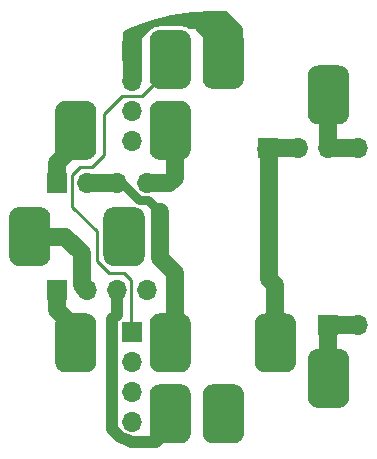
<source format=gbr>
%TF.GenerationSoftware,KiCad,Pcbnew,5.1.12-84ad8e8a86~92~ubuntu20.04.1*%
%TF.CreationDate,2022-08-08T17:47:05+02:00*%
%TF.ProjectId,saba-fernbedienung-anschlussstecker,73616261-2d66-4657-926e-62656469656e,1*%
%TF.SameCoordinates,Original*%
%TF.FileFunction,Copper,L1,Top*%
%TF.FilePolarity,Positive*%
%FSLAX46Y46*%
G04 Gerber Fmt 4.6, Leading zero omitted, Abs format (unit mm)*
G04 Created by KiCad (PCBNEW 5.1.12-84ad8e8a86~92~ubuntu20.04.1) date 2022-08-08 17:47:05*
%MOMM*%
%LPD*%
G01*
G04 APERTURE LIST*
%TA.AperFunction,ComponentPad*%
%ADD10O,1.700000X1.700000*%
%TD*%
%TA.AperFunction,ComponentPad*%
%ADD11R,1.700000X1.700000*%
%TD*%
%TA.AperFunction,Conductor*%
%ADD12C,1.500000*%
%TD*%
%TA.AperFunction,Conductor*%
%ADD13C,0.750000*%
%TD*%
%TA.AperFunction,Conductor*%
%ADD14C,0.250000*%
%TD*%
%TA.AperFunction,Conductor*%
%ADD15C,1.000000*%
%TD*%
%TA.AperFunction,Conductor*%
%ADD16C,0.254000*%
%TD*%
%TA.AperFunction,Conductor*%
%ADD17C,0.100000*%
%TD*%
G04 APERTURE END LIST*
%TO.P,X101,24*%
%TO.N,Net-(J104-Pad1)*%
%TA.AperFunction,ComponentPad*%
G36*
G01*
X137750000Y-93625000D02*
X137750000Y-90375000D01*
G75*
G02*
X138625000Y-89500000I875000J0D01*
G01*
X140375000Y-89500000D01*
G75*
G02*
X141250000Y-90375000I0J-875000D01*
G01*
X141250000Y-93625000D01*
G75*
G02*
X140375000Y-94500000I-875000J0D01*
G01*
X138625000Y-94500000D01*
G75*
G02*
X137750000Y-93625000I0J875000D01*
G01*
G37*
%TD.AperFunction*%
%TO.P,X101,21*%
%TO.N,Net-(J105-Pad1)*%
%TA.AperFunction,ComponentPad*%
G36*
G01*
X133250000Y-90625000D02*
X133250000Y-87375000D01*
G75*
G02*
X134125000Y-86500000I875000J0D01*
G01*
X135875000Y-86500000D01*
G75*
G02*
X136750000Y-87375000I0J-875000D01*
G01*
X136750000Y-90625000D01*
G75*
G02*
X135875000Y-91500000I-875000J0D01*
G01*
X134125000Y-91500000D01*
G75*
G02*
X133250000Y-90625000I0J875000D01*
G01*
G37*
%TD.AperFunction*%
%TO.P,X101,23*%
%TO.N,Net-(J105-Pad3)*%
%TA.AperFunction,ComponentPad*%
G36*
G01*
X137750000Y-69625000D02*
X137750000Y-66375000D01*
G75*
G02*
X138625000Y-65500000I875000J0D01*
G01*
X140375000Y-65500000D01*
G75*
G02*
X141250000Y-66375000I0J-875000D01*
G01*
X141250000Y-69625000D01*
G75*
G02*
X140375000Y-70500000I-875000J0D01*
G01*
X138625000Y-70500000D01*
G75*
G02*
X137750000Y-69625000I0J875000D01*
G01*
G37*
%TD.AperFunction*%
%TO.P,X101,18*%
%TO.N,Net-(J103-Pad4)*%
%TA.AperFunction,ComponentPad*%
G36*
G01*
X128850000Y-96625000D02*
X128850000Y-93375000D01*
G75*
G02*
X129725000Y-92500000I875000J0D01*
G01*
X131475000Y-92500000D01*
G75*
G02*
X132350000Y-93375000I0J-875000D01*
G01*
X132350000Y-96625000D01*
G75*
G02*
X131475000Y-97500000I-875000J0D01*
G01*
X129725000Y-97500000D01*
G75*
G02*
X128850000Y-96625000I0J875000D01*
G01*
G37*
%TD.AperFunction*%
%TO.P,X101,15*%
%TO.N,Net-(J102-Pad1)*%
%TA.AperFunction,ComponentPad*%
G36*
G01*
X128850000Y-66625000D02*
X128850000Y-63375000D01*
G75*
G02*
X129725000Y-62500000I875000J0D01*
G01*
X131475000Y-62500000D01*
G75*
G02*
X132350000Y-63375000I0J-875000D01*
G01*
X132350000Y-66625000D01*
G75*
G02*
X131475000Y-67500000I-875000J0D01*
G01*
X129725000Y-67500000D01*
G75*
G02*
X128850000Y-66625000I0J875000D01*
G01*
G37*
%TD.AperFunction*%
%TO.P,X101,14*%
%TO.N,Net-(J103-Pad3)*%
%TA.AperFunction,ComponentPad*%
G36*
G01*
X124350000Y-96625000D02*
X124350000Y-93375000D01*
G75*
G02*
X125225000Y-92500000I875000J0D01*
G01*
X126975000Y-92500000D01*
G75*
G02*
X127850000Y-93375000I0J-875000D01*
G01*
X127850000Y-96625000D01*
G75*
G02*
X126975000Y-97500000I-875000J0D01*
G01*
X125225000Y-97500000D01*
G75*
G02*
X124350000Y-96625000I0J875000D01*
G01*
G37*
%TD.AperFunction*%
%TO.P,X101,13*%
%TO.N,Net-(J101-Pad2)*%
%TA.AperFunction,ComponentPad*%
G36*
G01*
X124350000Y-90625000D02*
X124350000Y-87375000D01*
G75*
G02*
X125225000Y-86500000I875000J0D01*
G01*
X126975000Y-86500000D01*
G75*
G02*
X127850000Y-87375000I0J-875000D01*
G01*
X127850000Y-90625000D01*
G75*
G02*
X126975000Y-91500000I-875000J0D01*
G01*
X125225000Y-91500000D01*
G75*
G02*
X124350000Y-90625000I0J875000D01*
G01*
G37*
%TD.AperFunction*%
%TO.P,X101,12*%
%TO.N,Net-(J101-Pad4)*%
%TA.AperFunction,ComponentPad*%
G36*
G01*
X124350000Y-72625000D02*
X124350000Y-69375000D01*
G75*
G02*
X125225000Y-68500000I875000J0D01*
G01*
X126975000Y-68500000D01*
G75*
G02*
X127850000Y-69375000I0J-875000D01*
G01*
X127850000Y-72625000D01*
G75*
G02*
X126975000Y-73500000I-875000J0D01*
G01*
X125225000Y-73500000D01*
G75*
G02*
X124350000Y-72625000I0J875000D01*
G01*
G37*
%TD.AperFunction*%
%TO.P,X101,8*%
%TO.N,Net-(J102-Pad3)*%
%TA.AperFunction,ComponentPad*%
G36*
G01*
X120450000Y-81625000D02*
X120450000Y-78375000D01*
G75*
G02*
X121325000Y-77500000I875000J0D01*
G01*
X123075000Y-77500000D01*
G75*
G02*
X123950000Y-78375000I0J-875000D01*
G01*
X123950000Y-81625000D01*
G75*
G02*
X123075000Y-82500000I-875000J0D01*
G01*
X121325000Y-82500000D01*
G75*
G02*
X120450000Y-81625000I0J875000D01*
G01*
G37*
%TD.AperFunction*%
%TO.P,X101,5*%
%TO.N,Net-(J103-Pad1)*%
%TA.AperFunction,ComponentPad*%
G36*
G01*
X116350000Y-90625000D02*
X116350000Y-87375000D01*
G75*
G02*
X117225000Y-86500000I875000J0D01*
G01*
X118975000Y-86500000D01*
G75*
G02*
X119850000Y-87375000I0J-875000D01*
G01*
X119850000Y-90625000D01*
G75*
G02*
X118975000Y-91500000I-875000J0D01*
G01*
X117225000Y-91500000D01*
G75*
G02*
X116350000Y-90625000I0J875000D01*
G01*
G37*
%TD.AperFunction*%
%TO.P,X101,2*%
%TO.N,Net-(J101-Pad1)*%
%TA.AperFunction,ComponentPad*%
G36*
G01*
X116350000Y-72625000D02*
X116350000Y-69375000D01*
G75*
G02*
X117225000Y-68500000I875000J0D01*
G01*
X118975000Y-68500000D01*
G75*
G02*
X119850000Y-69375000I0J-875000D01*
G01*
X119850000Y-72625000D01*
G75*
G02*
X118975000Y-73500000I-875000J0D01*
G01*
X117225000Y-73500000D01*
G75*
G02*
X116350000Y-72625000I0J875000D01*
G01*
G37*
%TD.AperFunction*%
%TO.P,X101,1*%
%TO.N,Net-(J103-Pad2)*%
%TA.AperFunction,ComponentPad*%
G36*
G01*
X112450000Y-81625000D02*
X112450000Y-78375000D01*
G75*
G02*
X113325000Y-77500000I875000J0D01*
G01*
X115075000Y-77500000D01*
G75*
G02*
X115950000Y-78375000I0J-875000D01*
G01*
X115950000Y-81625000D01*
G75*
G02*
X115075000Y-82500000I-875000J0D01*
G01*
X113325000Y-82500000D01*
G75*
G02*
X112450000Y-81625000I0J875000D01*
G01*
G37*
%TD.AperFunction*%
%TO.P,X101,11*%
%TO.N,Net-(J106-Pad1)*%
%TA.AperFunction,ComponentPad*%
G36*
G01*
X124350000Y-66625000D02*
X124350000Y-63375000D01*
G75*
G02*
X125225000Y-62500000I875000J0D01*
G01*
X126975000Y-62500000D01*
G75*
G02*
X127850000Y-63375000I0J-875000D01*
G01*
X127850000Y-66625000D01*
G75*
G02*
X126975000Y-67500000I-875000J0D01*
G01*
X125225000Y-67500000D01*
G75*
G02*
X124350000Y-66625000I0J875000D01*
G01*
G37*
%TD.AperFunction*%
%TD*%
D10*
%TO.P,J101,4*%
%TO.N,Net-(J101-Pad4)*%
X124120000Y-75500000D03*
%TO.P,J101,3*%
%TO.N,Net-(J101-Pad2)*%
X121580000Y-75500000D03*
%TO.P,J101,2*%
X119040000Y-75500000D03*
D11*
%TO.P,J101,1*%
%TO.N,Net-(J101-Pad1)*%
X116500000Y-75500000D03*
%TD*%
D10*
%TO.P,J104,2*%
%TO.N,Net-(J104-Pad1)*%
X142040000Y-87500000D03*
D11*
%TO.P,J104,1*%
X139500000Y-87500000D03*
%TD*%
D10*
%TO.P,J106,4*%
%TO.N,N/C*%
X122900000Y-95720000D03*
%TO.P,J106,3*%
X122900000Y-93180000D03*
%TO.P,J106,2*%
X122900000Y-90640000D03*
D11*
%TO.P,J106,1*%
%TO.N,Net-(J106-Pad1)*%
X122900000Y-88100000D03*
%TD*%
D10*
%TO.P,J105,4*%
%TO.N,Net-(J105-Pad3)*%
X142020000Y-72500000D03*
%TO.P,J105,3*%
X139480000Y-72500000D03*
%TO.P,J105,2*%
%TO.N,Net-(J105-Pad1)*%
X136940000Y-72500000D03*
D11*
%TO.P,J105,1*%
X134400000Y-72500000D03*
%TD*%
D10*
%TO.P,J103,4*%
%TO.N,Net-(J103-Pad4)*%
X124120000Y-84500000D03*
%TO.P,J103,3*%
%TO.N,Net-(J103-Pad3)*%
X121580000Y-84500000D03*
%TO.P,J103,2*%
%TO.N,Net-(J103-Pad2)*%
X119040000Y-84500000D03*
D11*
%TO.P,J103,1*%
%TO.N,Net-(J103-Pad1)*%
X116500000Y-84500000D03*
%TD*%
D10*
%TO.P,J102,4*%
%TO.N,Net-(J102-Pad3)*%
X122900000Y-71900000D03*
%TO.P,J102,3*%
X122900000Y-69360000D03*
%TO.P,J102,2*%
%TO.N,Net-(J102-Pad1)*%
X122900000Y-66820000D03*
D11*
%TO.P,J102,1*%
X122900000Y-64280000D03*
%TD*%
D12*
%TO.N,Net-(J101-Pad4)*%
X124120000Y-75500000D02*
X126000000Y-75500000D01*
X126500000Y-75000000D02*
X126500000Y-71000000D01*
X126000000Y-75500000D02*
X126500000Y-75000000D01*
%TO.N,Net-(J101-Pad2)*%
X121580000Y-75500000D02*
X119100000Y-75500000D01*
D13*
X123435999Y-76925001D02*
X124225001Y-76925001D01*
X122010998Y-75500000D02*
X123435999Y-76925001D01*
X121580000Y-75500000D02*
X122010998Y-75500000D01*
X124225001Y-76925001D02*
X125200000Y-77900000D01*
D12*
X126500000Y-83100000D02*
X126500000Y-89200000D01*
X125200000Y-77900000D02*
X125200000Y-81800000D01*
X125200000Y-81800000D02*
X126500000Y-83100000D01*
%TO.N,Net-(J101-Pad1)*%
X116500000Y-75500000D02*
X116500000Y-73800000D01*
X116500000Y-73800000D02*
X118500000Y-71800000D01*
D14*
%TO.N,Net-(J102-Pad1)*%
X122900000Y-66820000D02*
X122900000Y-64300000D01*
D15*
%TO.N,Net-(J103-Pad3)*%
X121200000Y-96314002D02*
X121846557Y-96960559D01*
X126500000Y-95800000D02*
X126500000Y-95000000D01*
X124900000Y-97400000D02*
X126500000Y-95800000D01*
X122832072Y-97400000D02*
X124900000Y-97400000D01*
X122006273Y-97036899D02*
X122251300Y-97149731D01*
X121846557Y-96960559D02*
X122006273Y-97036899D01*
X122251300Y-97149731D02*
X122497823Y-97258996D01*
X122497823Y-97258996D02*
X122745944Y-97364743D01*
X122745944Y-97364743D02*
X122832072Y-97400000D01*
X121580000Y-86620000D02*
X121200000Y-87000000D01*
X121580000Y-84500000D02*
X121580000Y-86620000D01*
X121200000Y-87000000D02*
X121200000Y-96314002D01*
X121846557Y-96960559D02*
X122006273Y-97036899D01*
X121580000Y-84500000D02*
X121580000Y-86620000D01*
X122497823Y-97258996D02*
X122745944Y-97364743D01*
X122832072Y-97400000D02*
X124900000Y-97400000D01*
X124900000Y-97400000D02*
X126500000Y-95800000D01*
X121200000Y-87000000D02*
X121200000Y-96314002D01*
X121580000Y-86620000D02*
X121200000Y-87000000D01*
X126500000Y-95800000D02*
X126500000Y-95000000D01*
X122251300Y-97149731D02*
X122497823Y-97258996D01*
X122745944Y-97364743D02*
X122832072Y-97400000D01*
X121200000Y-96314002D02*
X121846557Y-96960559D01*
X122006273Y-97036899D02*
X122251300Y-97149731D01*
D12*
%TO.N,Net-(J103-Pad2)*%
X118600000Y-84100000D02*
X119000000Y-84500000D01*
X118600000Y-81400000D02*
X118600000Y-84100000D01*
X114500000Y-80000000D02*
X117200000Y-80000000D01*
X117200000Y-80000000D02*
X118600000Y-81400000D01*
%TO.N,Net-(J103-Pad1)*%
X116500000Y-84500000D02*
X116500000Y-86200000D01*
X116500000Y-86200000D02*
X118500000Y-88200000D01*
X118500000Y-88200000D02*
X118500000Y-89000000D01*
%TO.N,Net-(J104-Pad1)*%
X139500000Y-92000000D02*
X139500000Y-87500000D01*
X139500000Y-87500000D02*
X142000000Y-87500000D01*
%TO.N,Net-(J105-Pad3)*%
X139500000Y-68000000D02*
X139500000Y-72500000D01*
X139500000Y-72500000D02*
X142000000Y-72500000D01*
%TO.N,Net-(J105-Pad1)*%
X134400000Y-72500000D02*
X137000000Y-72500000D01*
X134500000Y-72900000D02*
X134200000Y-72600000D01*
X134500000Y-83600000D02*
X134500000Y-72900000D01*
X135000000Y-89000000D02*
X135000000Y-84100000D01*
X135000000Y-84100000D02*
X134500000Y-83600000D01*
D14*
%TO.N,Net-(J106-Pad1)*%
X122800000Y-87900000D02*
X123100000Y-88200000D01*
X122800000Y-83700000D02*
X122800000Y-87900000D01*
X122200000Y-83100000D02*
X122800000Y-83700000D01*
X117800000Y-77450000D02*
X119900000Y-79550000D01*
X118500000Y-74100000D02*
X117800000Y-74800000D01*
X119900000Y-82100000D02*
X120900000Y-83100000D01*
X117800000Y-74800000D02*
X117800000Y-77450000D01*
X119500000Y-74100000D02*
X118500000Y-74100000D01*
X126100000Y-65700000D02*
X123700000Y-68100000D01*
X126100000Y-65000000D02*
X126100000Y-65700000D01*
X120900000Y-83100000D02*
X122200000Y-83100000D01*
X123700000Y-68100000D02*
X122000000Y-68100000D01*
X122000000Y-68100000D02*
X120500000Y-69600000D01*
X120500000Y-69600000D02*
X120500000Y-73100000D01*
X119900000Y-79550000D02*
X119900000Y-82100000D01*
X120500000Y-73100000D02*
X119500000Y-74100000D01*
%TD*%
D16*
%TO.N,Net-(J102-Pad1)*%
X130736476Y-61009245D02*
X132123609Y-62354344D01*
X132172401Y-66647993D01*
X131647394Y-67173000D01*
X129452606Y-67173000D01*
X129324366Y-67044760D01*
X129126838Y-63143578D01*
X129123147Y-63118956D01*
X129114725Y-63095528D01*
X129101894Y-63074193D01*
X129086861Y-63057349D01*
X128286861Y-62307349D01*
X128267116Y-62292183D01*
X128244793Y-62281161D01*
X128220748Y-62274706D01*
X128200000Y-62273000D01*
X127756736Y-62273000D01*
X127727413Y-62248935D01*
X127493271Y-62123783D01*
X127239212Y-62046716D01*
X126975000Y-62020693D01*
X125225000Y-62020693D01*
X124960788Y-62046716D01*
X124706729Y-62123783D01*
X124472587Y-62248935D01*
X124443264Y-62273000D01*
X124400000Y-62273000D01*
X124375224Y-62275440D01*
X124351399Y-62282667D01*
X124329443Y-62294403D01*
X124310197Y-62310197D01*
X123610197Y-63010197D01*
X123594403Y-63029443D01*
X123582667Y-63051399D01*
X123575440Y-63075224D01*
X123573000Y-63100000D01*
X123573000Y-66773000D01*
X122227000Y-66773000D01*
X122227000Y-62658479D01*
X122904282Y-62349808D01*
X124533167Y-61779346D01*
X126207049Y-61358861D01*
X127912147Y-61091817D01*
X129634444Y-60980408D01*
X130736476Y-61009245D01*
%TA.AperFunction,Conductor*%
D17*
G36*
X130736476Y-61009245D02*
G01*
X132123609Y-62354344D01*
X132172401Y-66647993D01*
X131647394Y-67173000D01*
X129452606Y-67173000D01*
X129324366Y-67044760D01*
X129126838Y-63143578D01*
X129123147Y-63118956D01*
X129114725Y-63095528D01*
X129101894Y-63074193D01*
X129086861Y-63057349D01*
X128286861Y-62307349D01*
X128267116Y-62292183D01*
X128244793Y-62281161D01*
X128220748Y-62274706D01*
X128200000Y-62273000D01*
X127756736Y-62273000D01*
X127727413Y-62248935D01*
X127493271Y-62123783D01*
X127239212Y-62046716D01*
X126975000Y-62020693D01*
X125225000Y-62020693D01*
X124960788Y-62046716D01*
X124706729Y-62123783D01*
X124472587Y-62248935D01*
X124443264Y-62273000D01*
X124400000Y-62273000D01*
X124375224Y-62275440D01*
X124351399Y-62282667D01*
X124329443Y-62294403D01*
X124310197Y-62310197D01*
X123610197Y-63010197D01*
X123594403Y-63029443D01*
X123582667Y-63051399D01*
X123575440Y-63075224D01*
X123573000Y-63100000D01*
X123573000Y-66773000D01*
X122227000Y-66773000D01*
X122227000Y-62658479D01*
X122904282Y-62349808D01*
X124533167Y-61779346D01*
X126207049Y-61358861D01*
X127912147Y-61091817D01*
X129634444Y-60980408D01*
X130736476Y-61009245D01*
G37*
%TD.AperFunction*%
%TD*%
M02*

</source>
